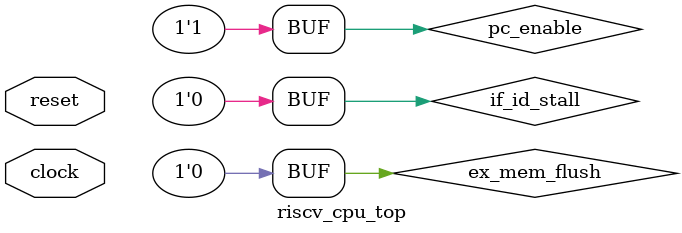
<source format=sv>

module riscv_cpu_top (
    input  logic clock,
    input  logic reset
);

    // ========== Instruction Fetch (IF) Stage ==========
    logic [31:0] pc_if, pc_plus4_if, instruction_if;
    logic        pc_enable, pc_branch_sel;
    logic [31:0] pc_branch_target;
    
    // PC logic
    assign pc_plus4_if = pc_if + 32'd4;
    assign pc_enable = 1'b1;  // Always enabled (simplified, no stalls yet)
    
    program_counter pc_unit (
        .clock(clock),
        .reset(reset),
        .enable(pc_enable),
        .pc_src(pc_branch_sel),
        .pc_target(pc_branch_target),
        .pc_current(pc_if),
        .pc_next(pc_plus4_if)
    );
    
    // Instruction Memory
    simple_memory #(.ADDR_WIDTH(12)) imem (
        .clock(clock),
        .reset(reset),
        .enable(1'b1),
        .write_enable(1'b0),
        .byte_enable(4'b1111),
        .address(pc_if[11:0]),
        .write_data(32'h0),
        .read_data(instruction_if)
    );

    // ========== IF/ID Pipeline Register ==========
    logic [31:0] instruction_id, pc_id, pc_plus4_id;
    logic        if_id_stall, if_id_flush;
    
    assign if_id_stall = 1'b0;  // Simplified
    assign if_id_flush = pc_branch_sel;
    
    pipeline_if_id if_id_reg (
        .clock(clock),
        .reset(reset),
        .stall(if_id_stall),
        .flush(if_id_flush),
        .instruction_in(instruction_if),
        .pc_in(pc_if),
        .pc_plus4_in(pc_plus4_if),
        .instruction_out(instruction_id),
        .pc_out(pc_id),
        .pc_plus4_out(pc_plus4_id)
    );

    // ========== Instruction Decode (ID) Stage ==========
    logic [4:0]  rs1_id, rs2_id, rd_id;
    logic [31:0] read_data1_id, read_data2_id, immediate_id;
    logic [2:0]  funct3_id, imm_src_id;
    logic        reg_write_id, mem_read_id, mem_write_id, branch_id, jump_id;
    logic [3:0]  alu_op_id;
    logic [1:0]  alu_src_a_id, alu_src_b_id, result_src_id;
    
    assign rs1_id = instruction_id[19:15];
    assign rs2_id = instruction_id[24:20];
    assign rd_id = instruction_id[11:7];
    assign funct3_id = instruction_id[14:12];
    
    // Control Unit
    control_unit ctrl (
        .instruction(instruction_id),
        .reg_write(reg_write_id),
        .mem_read(mem_read_id),
        .mem_write(mem_write_id),
        .branch(branch_id),
        .jump(jump_id),
        .alu_op(alu_op_id),
        .alu_src_a(alu_src_a_id),
        .alu_src_b(alu_src_b_id),
        .imm_src(imm_src_id),
        .result_src(result_src_id)
    );
    
    // Register File
    logic [31:0] write_data_wb;
    logic [4:0]  rd_wb;
    logic        reg_write_wb;
    
    register_file regfile (
        .clock(clock),
        .reset(reset),
        .read_addr1(rs1_id),
        .read_data1(read_data1_id),
        .read_addr2(rs2_id),
        .read_data2(read_data2_id),
        .write_enable(reg_write_wb),
        .write_addr(rd_wb),
        .write_data(write_data_wb)
    );
    
    // Immediate Generator
    immediate_generator immgen (
        .instruction(instruction_id),
        .imm_src(imm_src_id),
        .immediate(immediate_id)
    );

    // ========== ID/EX Pipeline Register ==========
    logic [31:0] pc_ex, pc_plus4_ex, read_data1_ex, read_data2_ex, immediate_ex;
    logic [4:0]  rs1_ex, rs2_ex, rd_ex;
    logic [2:0]  funct3_ex;
    logic        reg_write_ex, mem_read_ex, mem_write_ex, branch_ex, jump_ex;
    logic [3:0]  alu_op_ex;
    logic [1:0]  alu_src_a_ex, alu_src_b_ex, result_src_ex;
    logic        id_ex_flush;
    
    assign id_ex_flush = pc_branch_sel;
    
    pipeline_id_ex id_ex_reg (
        .clock(clock),
        .reset(reset),
        .flush(id_ex_flush),
        .pc_in(pc_id),
        .pc_plus4_in(pc_plus4_id),
        .read_data1_in(read_data1_id),
        .read_data2_in(read_data2_id),
        .immediate_in(immediate_id),
        .rs1_in(rs1_id),
        .rs2_in(rs2_id),
        .rd_in(rd_id),
        .funct3_in(funct3_id),
        .reg_write_in(reg_write_id),
        .mem_read_in(mem_read_id),
        .mem_write_in(mem_write_id),
        .branch_in(branch_id),
        .jump_in(jump_id),
        .alu_op_in(alu_op_id),
        .alu_src_a_in(alu_src_a_id),
        .alu_src_b_in(alu_src_b_id),
        .result_src_in(result_src_id),
        .pc_out(pc_ex),
        .pc_plus4_out(pc_plus4_ex),
        .read_data1_out(read_data1_ex),
        .read_data2_out(read_data2_ex),
        .immediate_out(immediate_ex),
        .rs1_out(rs1_ex),
        .rs2_out(rs2_ex),
        .rd_out(rd_ex),
        .funct3_out(funct3_ex),
        .reg_write_out(reg_write_ex),
        .mem_read_out(mem_read_ex),
        .mem_write_out(mem_write_ex),
        .branch_out(branch_ex),
        .jump_out(jump_ex),
        .alu_op_out(alu_op_ex),
        .alu_src_a_out(alu_src_a_ex),
        .alu_src_b_out(alu_src_b_ex),
        .result_src_out(result_src_ex)
    );

    // ========== Execute (EX) Stage ==========
    logic [31:0] alu_operand_a, alu_operand_b, alu_result_ex;
    logic        alu_zero, branch_taken_ex;
    logic [31:0] pc_target_ex;
    
    // ALU source muxes
    always_comb begin
        case (alu_src_a_ex)
            2'b00: alu_operand_a = read_data1_ex;
            2'b01: alu_operand_a = pc_ex;
            2'b10: alu_operand_a = 32'h0;
            default: alu_operand_a = read_data1_ex;
        endcase
        
        case (alu_src_b_ex)
            2'b00: alu_operand_b = read_data2_ex;
            2'b01: alu_operand_b = immediate_ex;
            2'b10: alu_operand_b = 32'd4;
            default: alu_operand_b = read_data2_ex;
        endcase
    end
    
    // ALU
    riscv_alu alu (
        .operand_a(alu_operand_a),
        .operand_b(alu_operand_b),
        .alu_op(alu_op_ex),
        .result(alu_result_ex),
        .zero(alu_zero)
    );
    
    // Branch Unit
    branch_unit branch_eval (
        .operand_a(read_data1_ex),
        .operand_b(read_data2_ex),
        .funct3(funct3_ex),
        .branch(branch_ex),
        .branch_taken(branch_taken_ex)
    );
    
    // Branch/Jump target
    assign pc_target_ex = pc_ex + immediate_ex;
    assign pc_branch_sel = (branch_taken_ex && branch_ex) || jump_ex;
    assign pc_branch_target = pc_target_ex;

    // ========== EX/MEM Pipeline Register ==========
    logic [31:0] alu_result_mem, write_data_mem, pc_target_mem, pc_plus4_mem;
    logic [4:0]  rd_mem;
    logic [2:0]  funct3_mem;
    logic        branch_taken_mem, reg_write_mem, mem_read_mem, mem_write_mem;
    logic [1:0]  result_src_mem;
    logic        ex_mem_flush;
    
    assign ex_mem_flush = 1'b0;
    
    pipeline_ex_mem ex_mem_reg (
        .clock(clock),
        .reset(reset),
        .flush(ex_mem_flush),
        .alu_result_in(alu_result_ex),
        .write_data_in(read_data2_ex),
        .pc_target_in(pc_target_ex),
        .pc_plus4_in(pc_plus4_ex),
        .rd_in(rd_ex),
        .funct3_in(funct3_ex),
        .branch_taken_in(branch_taken_ex),
        .reg_write_in(reg_write_ex),
        .mem_read_in(mem_read_ex),
        .mem_write_in(mem_write_ex),
        .result_src_in(result_src_ex),
        .alu_result_out(alu_result_mem),
        .write_data_out(write_data_mem),
        .pc_target_out(pc_target_mem),
        .pc_plus4_out(pc_plus4_mem),
        .rd_out(rd_mem),
        .funct3_out(funct3_mem),
        .branch_taken_out(branch_taken_mem),
        .reg_write_out(reg_write_mem),
        .mem_read_out(mem_read_mem),
        .mem_write_out(mem_write_mem),
        .result_src_out(result_src_mem)
    );

    // ========== Memory (MEM) Stage ==========
    logic [31:0] lsu_load_data, mem_read_data_mem;
    logic [31:0] lsu_mem_addr, lsu_mem_write_data;
    logic [3:0]  lsu_mem_byte_enable;
    logic        lsu_mem_enable, lsu_mem_we;
    
    // Load-Store Unit
    load_store_unit lsu (
        .address(alu_result_mem),
        .store_data(write_data_mem),
        .funct3(funct3_mem),
        .mem_read(mem_read_mem),
        .mem_write(mem_write_mem),
        .load_data(lsu_load_data),
        .mem_address(lsu_mem_addr),
        .mem_write_data(lsu_mem_write_data),
        .mem_byte_enable(lsu_mem_byte_enable),
        .mem_enable(lsu_mem_enable),
        .mem_we(lsu_mem_we),
        .mem_read_data(mem_read_data_mem)
    );
    
    // Data Memory
    simple_memory #(.ADDR_WIDTH(12)) dmem (
        .clock(clock),
        .reset(reset),
        .enable(lsu_mem_enable),
        .write_enable(lsu_mem_we),
        .byte_enable(lsu_mem_byte_enable),
        .address(lsu_mem_addr[11:0]),
        .write_data(lsu_mem_write_data),
        .read_data(mem_read_data_mem)
    );

    // ========== MEM/WB Pipeline Register ==========
    logic [31:0] alu_result_wb, mem_read_data_wb, pc_plus4_wb;
    logic [1:0]  result_src_wb;
    
    pipeline_mem_wb mem_wb_reg (
        .clock(clock),
        .reset(reset),
        .alu_result_in(alu_result_mem),
        .mem_read_data_in(lsu_load_data),
        .pc_plus4_in(pc_plus4_mem),
        .rd_in(rd_mem),
        .reg_write_in(reg_write_mem),
        .result_src_in(result_src_mem),
        .alu_result_out(alu_result_wb),
        .mem_read_data_out(mem_read_data_wb),
        .pc_plus4_out(pc_plus4_wb),
        .rd_out(rd_wb),
        .reg_write_out(reg_write_wb),
        .result_src_out(result_src_wb)
    );

    // ========== Writeback (WB) Stage ==========
    // Result mux
    always_comb begin
        case (result_src_wb)
            2'b00: write_data_wb = alu_result_wb;      // ALU result
            2'b01: write_data_wb = mem_read_data_wb;   // Memory data
            2'b10: write_data_wb = pc_plus4_wb;        // PC+4 (for JAL/JALR)
            default: write_data_wb = alu_result_wb;
        endcase
    end

endmodule

</source>
